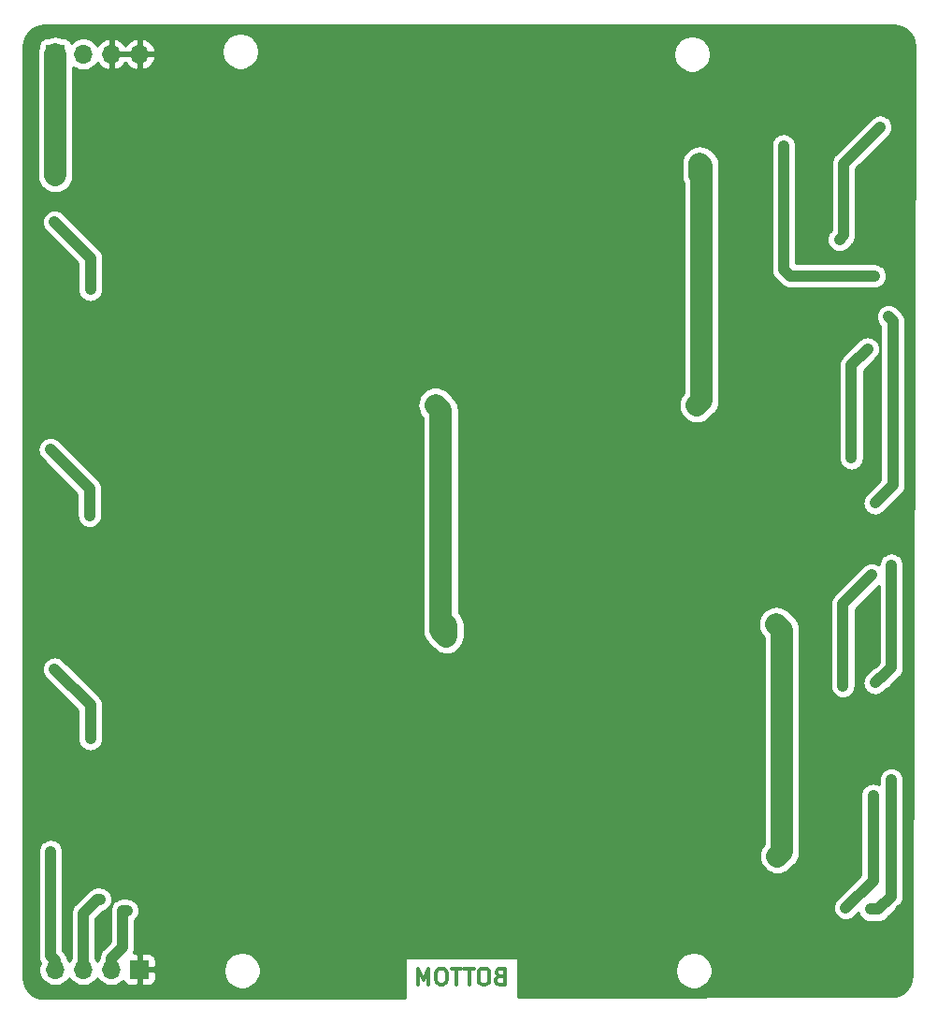
<source format=gbl>
G04 #@! TF.GenerationSoftware,KiCad,Pcbnew,5.99.0+really5.1.10+dfsg1-1*
G04 #@! TF.CreationDate,2022-01-28T19:42:34+02:00*
G04 #@! TF.ProjectId,RGBmatrix,5247426d-6174-4726-9978-2e6b69636164,rev?*
G04 #@! TF.SameCoordinates,Original*
G04 #@! TF.FileFunction,Copper,L2,Bot*
G04 #@! TF.FilePolarity,Positive*
%FSLAX46Y46*%
G04 Gerber Fmt 4.6, Leading zero omitted, Abs format (unit mm)*
G04 Created by KiCad (PCBNEW 5.99.0+really5.1.10+dfsg1-1) date 2022-01-28 19:42:34*
%MOMM*%
%LPD*%
G01*
G04 APERTURE LIST*
G04 #@! TA.AperFunction,NonConductor*
%ADD10C,0.375000*%
G04 #@! TD*
G04 #@! TA.AperFunction,ComponentPad*
%ADD11O,1.700000X1.700000*%
G04 #@! TD*
G04 #@! TA.AperFunction,ComponentPad*
%ADD12R,1.700000X1.700000*%
G04 #@! TD*
G04 #@! TA.AperFunction,ViaPad*
%ADD13C,0.800000*%
G04 #@! TD*
G04 #@! TA.AperFunction,Conductor*
%ADD14C,1.000000*%
G04 #@! TD*
G04 #@! TA.AperFunction,Conductor*
%ADD15C,2.000000*%
G04 #@! TD*
G04 #@! TA.AperFunction,Conductor*
%ADD16C,0.254000*%
G04 #@! TD*
G04 #@! TA.AperFunction,Conductor*
%ADD17C,0.100000*%
G04 #@! TD*
G04 APERTURE END LIST*
D10*
X142867105Y-130906057D02*
X142652820Y-130977485D01*
X142581391Y-131048914D01*
X142509962Y-131191771D01*
X142509962Y-131406057D01*
X142581391Y-131548914D01*
X142652820Y-131620342D01*
X142795677Y-131691771D01*
X143367105Y-131691771D01*
X143367105Y-130191771D01*
X142867105Y-130191771D01*
X142724248Y-130263200D01*
X142652820Y-130334628D01*
X142581391Y-130477485D01*
X142581391Y-130620342D01*
X142652820Y-130763200D01*
X142724248Y-130834628D01*
X142867105Y-130906057D01*
X143367105Y-130906057D01*
X141581391Y-130191771D02*
X141295677Y-130191771D01*
X141152820Y-130263200D01*
X141009962Y-130406057D01*
X140938534Y-130691771D01*
X140938534Y-131191771D01*
X141009962Y-131477485D01*
X141152820Y-131620342D01*
X141295677Y-131691771D01*
X141581391Y-131691771D01*
X141724248Y-131620342D01*
X141867105Y-131477485D01*
X141938534Y-131191771D01*
X141938534Y-130691771D01*
X141867105Y-130406057D01*
X141724248Y-130263200D01*
X141581391Y-130191771D01*
X140509962Y-130191771D02*
X139652820Y-130191771D01*
X140081391Y-131691771D02*
X140081391Y-130191771D01*
X139367105Y-130191771D02*
X138509962Y-130191771D01*
X138938534Y-131691771D02*
X138938534Y-130191771D01*
X137724248Y-130191771D02*
X137438534Y-130191771D01*
X137295677Y-130263200D01*
X137152820Y-130406057D01*
X137081391Y-130691771D01*
X137081391Y-131191771D01*
X137152820Y-131477485D01*
X137295677Y-131620342D01*
X137438534Y-131691771D01*
X137724248Y-131691771D01*
X137867105Y-131620342D01*
X138009962Y-131477485D01*
X138081391Y-131191771D01*
X138081391Y-130691771D01*
X138009962Y-130406057D01*
X137867105Y-130263200D01*
X137724248Y-130191771D01*
X136438534Y-131691771D02*
X136438534Y-130191771D01*
X135938534Y-131263200D01*
X135438534Y-130191771D01*
X135438534Y-131691771D01*
D11*
X102616000Y-130302000D03*
X105156000Y-130302000D03*
X107696000Y-130302000D03*
D12*
X110236000Y-130302000D03*
D11*
X110236000Y-47498000D03*
X107696000Y-47498000D03*
X105156000Y-47498000D03*
D12*
X102616000Y-47498000D03*
D13*
X170515280Y-123393200D03*
X114300000Y-49276000D03*
X124714000Y-49276000D03*
X134620000Y-49276000D03*
X144780000Y-49276000D03*
X154940000Y-49276000D03*
X165100000Y-49276000D03*
X175260000Y-49276000D03*
X154686000Y-67564000D03*
X124460000Y-67564000D03*
X179070000Y-65201800D03*
X165100000Y-67564000D03*
X104140000Y-67564000D03*
X114300000Y-67564000D03*
X144780000Y-67564000D03*
X134620000Y-67564000D03*
X165100000Y-69850000D03*
X104140000Y-69850000D03*
X134620000Y-69850000D03*
X124714000Y-69850000D03*
X154940000Y-69850000D03*
X114300000Y-69850000D03*
X175260000Y-69850000D03*
X144780000Y-69850000D03*
X114300000Y-87884000D03*
X175260000Y-87884000D03*
X144780000Y-87884000D03*
X154940000Y-87884000D03*
X124460000Y-87884000D03*
X165100000Y-87884000D03*
X104140000Y-87884000D03*
X134620000Y-87884000D03*
X119430800Y-54381400D03*
X129540000Y-54254400D03*
X139679680Y-54223920D03*
X149438360Y-54528720D03*
X160233360Y-54254400D03*
X170073320Y-54239160D03*
X108907580Y-54663340D03*
X144780000Y-89916000D03*
X175260000Y-89916000D03*
X114300000Y-89916000D03*
X154940000Y-89916000D03*
X134620000Y-89916000D03*
X104140000Y-89916000D03*
X165100000Y-89916000D03*
X124714000Y-89916000D03*
X114300000Y-108204000D03*
X104140000Y-108204000D03*
X134620000Y-108204000D03*
X124460000Y-108204000D03*
X175260000Y-108204000D03*
X144780000Y-108204000D03*
X165100000Y-108204000D03*
X154686000Y-108204000D03*
X114300000Y-110236000D03*
X124714000Y-110236000D03*
X175260000Y-110236000D03*
X165100000Y-110236000D03*
X134620000Y-110236000D03*
X104140000Y-110236000D03*
X144780000Y-110236000D03*
X154940000Y-110236000D03*
X109474000Y-62509400D03*
X141643100Y-60693300D03*
X121285000Y-60706000D03*
X149948900Y-62572900D03*
X151638000Y-64770000D03*
X129997200Y-62204600D03*
X118673880Y-75595480D03*
X149161500Y-75349100D03*
X169814240Y-75290680D03*
X159004000Y-75438000D03*
X139512040Y-75280520D03*
X128549400Y-75374500D03*
X109220000Y-82804000D03*
X129794000Y-82804000D03*
X119748300Y-82677000D03*
X140042900Y-82664300D03*
X150276560Y-82651600D03*
X160375600Y-82880200D03*
X149539960Y-95333820D03*
X139750800Y-95046800D03*
X119085360Y-95458280D03*
X129133600Y-95504000D03*
X159880300Y-95262700D03*
X169926000Y-95250000D03*
X150533100Y-102527100D03*
X160655000Y-102527100D03*
X130175000Y-102565200D03*
X119725440Y-103027480D03*
X140281660Y-102522020D03*
X109474000Y-102600760D03*
X159499300Y-115925600D03*
X129098040Y-115879880D03*
X139466320Y-115798600D03*
X149555200Y-115760500D03*
X170423840Y-115356640D03*
X118668800Y-116192300D03*
X110236000Y-49276000D03*
X107696000Y-49276000D03*
X144018000Y-47244000D03*
X136144000Y-47244000D03*
X161798000Y-84836000D03*
X117602000Y-92964000D03*
X117602000Y-113284000D03*
X117348000Y-72898000D03*
X161798000Y-105156000D03*
X165036500Y-62738000D03*
X154940000Y-131318000D03*
X148082000Y-131318000D03*
X132080000Y-131318000D03*
X124460000Y-131318000D03*
X129540000Y-47244000D03*
X152400000Y-47244000D03*
X167640000Y-47244000D03*
X175260000Y-47244000D03*
X113830100Y-131074160D03*
X163576000Y-131318000D03*
X170434000Y-61976000D03*
X170413680Y-82804000D03*
X109029500Y-75438000D03*
X108585000Y-95377000D03*
X170449240Y-102971600D03*
X108945680Y-115747800D03*
X160312100Y-123329700D03*
X130111500Y-123063000D03*
X140296900Y-123151900D03*
X149961600Y-123438920D03*
X119519700Y-123190000D03*
X109413040Y-123317000D03*
X161798000Y-125476000D03*
X131445000Y-84836000D03*
X124460000Y-128752600D03*
X154965400Y-128828800D03*
X144780000Y-128549400D03*
X112014000Y-130302000D03*
X134620000Y-128574800D03*
X165074600Y-128397000D03*
X170434000Y-65227200D03*
X171650660Y-84993480D03*
X176740820Y-83759040D03*
X177800000Y-131318000D03*
X175260000Y-128524000D03*
X100584000Y-60401200D03*
X100330000Y-50292000D03*
X119557800Y-62458600D03*
X139725400Y-62458600D03*
X156997400Y-62725300D03*
X173736000Y-114808000D03*
X100517960Y-95976440D03*
X100584000Y-73025000D03*
X100457000Y-112268000D03*
X179070000Y-124841000D03*
X178943000Y-104394000D03*
X179197000Y-63627000D03*
X158369000Y-113157000D03*
X148082000Y-113284000D03*
X141478000Y-105283000D03*
X131445000Y-105283000D03*
X110998000Y-105156000D03*
X110871000Y-84836000D03*
X121285000Y-84836000D03*
X141605000Y-84963000D03*
X151828500Y-84836000D03*
X121412000Y-64516000D03*
X111061500Y-64579500D03*
X131381500Y-64579500D03*
X141541500Y-64643000D03*
X151765000Y-105156000D03*
X168084500Y-52324000D03*
X158051500Y-52197000D03*
X147955000Y-52260500D03*
X171450000Y-74104500D03*
X176720500Y-77787500D03*
X179895500Y-76962000D03*
X102235000Y-58039000D03*
X138064240Y-79669640D03*
X138341100Y-99644200D03*
X167431720Y-98780600D03*
X167843200Y-120040400D03*
X161584640Y-58166000D03*
X161607500Y-78701900D03*
X102194360Y-119634000D03*
X160634680Y-58166000D03*
X160616900Y-78701900D03*
X168244520Y-99395280D03*
X167970200Y-119075200D03*
X137185400Y-98704400D03*
X136804400Y-78902560D03*
X102870000Y-58737500D03*
X103187500Y-57848500D03*
X176784000Y-67564000D03*
X168566000Y-55790000D03*
X177292000Y-54102000D03*
X173609000Y-64262000D03*
X102540000Y-62687000D03*
X105791000Y-68770500D03*
X178054000Y-71247000D03*
X176860012Y-88087012D03*
X174688500Y-84010500D03*
X176149000Y-74168000D03*
X102171504Y-83248500D03*
X105727500Y-89217494D03*
X176860000Y-104343000D03*
X178308000Y-93726000D03*
X173926500Y-104648000D03*
X176530000Y-94615000D03*
X102552500Y-103124000D03*
X105791000Y-109410500D03*
X176403000Y-124841000D03*
X178308000Y-113157000D03*
X174188120Y-124724160D03*
X176657000Y-114554000D03*
X109115860Y-124968000D03*
X106664760Y-123944380D03*
D14*
X102616000Y-129499360D02*
X102616000Y-130556000D01*
X102194360Y-129077720D02*
X102616000Y-129499360D01*
X102194360Y-119634000D02*
X102194360Y-129077720D01*
D15*
X160972500Y-57404000D02*
X160972500Y-58420000D01*
X161118499Y-57549999D02*
X160972500Y-57404000D01*
X161118499Y-78848001D02*
X161118499Y-57549999D01*
X160718500Y-79248000D02*
X161118499Y-78848001D01*
X138036300Y-99174300D02*
X137922000Y-99060000D01*
X138036300Y-100139500D02*
X138036300Y-99174300D01*
X137522001Y-99625201D02*
X138036300Y-100139500D01*
X137522001Y-79706521D02*
X137522001Y-99625201D01*
X137038080Y-79222600D02*
X137522001Y-79706521D01*
X168402000Y-119634000D02*
X168002001Y-120033999D01*
X168402000Y-99568000D02*
X168402000Y-119634000D01*
X167894000Y-99060000D02*
X168402000Y-99568000D01*
X102616000Y-58419998D02*
X102616002Y-58420000D01*
X102616000Y-47498000D02*
X102616000Y-58419998D01*
D14*
X168566000Y-66966000D02*
X168566000Y-55790000D01*
X169164000Y-67564000D02*
X168656000Y-67056000D01*
X176784000Y-67564000D02*
X169164000Y-67564000D01*
X173990000Y-63881000D02*
X173609000Y-64262000D01*
X173990000Y-57404000D02*
X173990000Y-63881000D01*
X177292000Y-54102000D02*
X173990000Y-57404000D01*
X105791000Y-65938000D02*
X105791000Y-68770500D01*
X102540000Y-62687000D02*
X105791000Y-65938000D01*
X178054000Y-71247000D02*
X178453999Y-71646999D01*
X178453999Y-71646999D02*
X178453999Y-86493025D01*
X178453999Y-86493025D02*
X176860012Y-88087012D01*
X174688500Y-75628500D02*
X176149000Y-74168000D01*
X174688500Y-84010500D02*
X174688500Y-75628500D01*
X105727500Y-86804496D02*
X105727500Y-89217494D01*
X102171504Y-83248500D02*
X105727500Y-86804496D01*
X177292000Y-103911000D02*
X176860000Y-104343000D01*
X177394000Y-103911000D02*
X177292000Y-103911000D01*
X178308000Y-102997000D02*
X177394000Y-103911000D01*
X178308000Y-93726000D02*
X178308000Y-102997000D01*
X173926500Y-97218500D02*
X173926500Y-104648000D01*
X176530000Y-94615000D02*
X173926500Y-97218500D01*
X105791000Y-106362500D02*
X105791000Y-109410500D01*
X102552500Y-103124000D02*
X105791000Y-106362500D01*
X177145998Y-124841000D02*
X176403000Y-124841000D01*
X178308000Y-123678998D02*
X177145998Y-124841000D01*
X178308000Y-113157000D02*
X178308000Y-123678998D01*
X176657000Y-114808000D02*
X176657000Y-114554000D01*
X176657000Y-122255280D02*
X176657000Y-114808000D01*
X174188120Y-124724160D02*
X176657000Y-122255280D01*
X107696000Y-129286000D02*
X107696000Y-130556000D01*
X108712000Y-128270000D02*
X107696000Y-129286000D01*
X108712000Y-124968000D02*
X108712000Y-128270000D01*
X109115860Y-124968000D02*
X108712000Y-124968000D01*
X105156000Y-125222000D02*
X105156000Y-130556000D01*
X106433620Y-123944380D02*
X105156000Y-125222000D01*
X106664760Y-123944380D02*
X106433620Y-123944380D01*
D16*
X178916785Y-44944191D02*
X179258060Y-45047228D01*
X179572822Y-45214590D01*
X179849083Y-45439903D01*
X180076317Y-45714582D01*
X180245870Y-46028164D01*
X180351286Y-46368708D01*
X180391938Y-46755487D01*
X180138105Y-130863111D01*
X180099809Y-131253684D01*
X179996771Y-131594963D01*
X179829409Y-131909725D01*
X179604097Y-132185983D01*
X179329418Y-132413217D01*
X179015838Y-132582769D01*
X178675288Y-132688187D01*
X178287521Y-132728943D01*
X144546749Y-132801564D01*
X144546749Y-130222402D01*
X158736320Y-130222402D01*
X158736320Y-130554318D01*
X158801074Y-130879856D01*
X158928092Y-131186507D01*
X159112495Y-131462485D01*
X159347195Y-131697185D01*
X159623173Y-131881588D01*
X159929824Y-132008606D01*
X160255362Y-132073360D01*
X160587278Y-132073360D01*
X160912816Y-132008606D01*
X161219467Y-131881588D01*
X161495445Y-131697185D01*
X161730145Y-131462485D01*
X161914548Y-131186507D01*
X162041566Y-130879856D01*
X162106320Y-130554318D01*
X162106320Y-130222402D01*
X162041566Y-129896864D01*
X161914548Y-129590213D01*
X161730145Y-129314235D01*
X161495445Y-129079535D01*
X161219467Y-128895132D01*
X160912816Y-128768114D01*
X160587278Y-128703360D01*
X160255362Y-128703360D01*
X159929824Y-128768114D01*
X159623173Y-128895132D01*
X159347195Y-129079535D01*
X159112495Y-129314235D01*
X158928092Y-129590213D01*
X158801074Y-129896864D01*
X158736320Y-130222402D01*
X144546749Y-130222402D01*
X144546749Y-129204450D01*
X134258892Y-129204450D01*
X134258892Y-132823706D01*
X101633961Y-132893926D01*
X101245216Y-132855809D01*
X100903937Y-132752771D01*
X100589175Y-132585409D01*
X100312917Y-132360097D01*
X100085683Y-132085418D01*
X99916131Y-131771838D01*
X99810713Y-131431288D01*
X99770000Y-131043928D01*
X99770000Y-129077720D01*
X101053869Y-129077720D01*
X101075783Y-129300218D01*
X101140684Y-129514166D01*
X101140685Y-129514167D01*
X101246077Y-129711343D01*
X101250881Y-129717197D01*
X101188068Y-129868842D01*
X101131000Y-130155740D01*
X101131000Y-130448260D01*
X101188068Y-130735158D01*
X101300010Y-131005411D01*
X101462525Y-131248632D01*
X101669368Y-131455475D01*
X101912589Y-131617990D01*
X102182842Y-131729932D01*
X102469740Y-131787000D01*
X102762260Y-131787000D01*
X103049158Y-131729932D01*
X103319411Y-131617990D01*
X103562632Y-131455475D01*
X103769475Y-131248632D01*
X103886000Y-131074240D01*
X104002525Y-131248632D01*
X104209368Y-131455475D01*
X104452589Y-131617990D01*
X104722842Y-131729932D01*
X105009740Y-131787000D01*
X105302260Y-131787000D01*
X105589158Y-131729932D01*
X105859411Y-131617990D01*
X106102632Y-131455475D01*
X106309475Y-131248632D01*
X106426000Y-131074240D01*
X106542525Y-131248632D01*
X106749368Y-131455475D01*
X106992589Y-131617990D01*
X107262842Y-131729932D01*
X107549740Y-131787000D01*
X107842260Y-131787000D01*
X108129158Y-131729932D01*
X108399411Y-131617990D01*
X108642632Y-131455475D01*
X108774487Y-131323620D01*
X108796498Y-131396180D01*
X108855463Y-131506494D01*
X108934815Y-131603185D01*
X109031506Y-131682537D01*
X109141820Y-131741502D01*
X109261518Y-131777812D01*
X109386000Y-131790072D01*
X109950250Y-131787000D01*
X110109000Y-131628250D01*
X110109000Y-130429000D01*
X110363000Y-130429000D01*
X110363000Y-131628250D01*
X110521750Y-131787000D01*
X111086000Y-131790072D01*
X111210482Y-131777812D01*
X111330180Y-131741502D01*
X111440494Y-131682537D01*
X111537185Y-131603185D01*
X111616537Y-131506494D01*
X111675502Y-131396180D01*
X111711812Y-131276482D01*
X111724072Y-131152000D01*
X111721000Y-130587750D01*
X111562250Y-130429000D01*
X110363000Y-130429000D01*
X110109000Y-130429000D01*
X110089000Y-130429000D01*
X110089000Y-130222402D01*
X117842320Y-130222402D01*
X117842320Y-130554318D01*
X117907074Y-130879856D01*
X118034092Y-131186507D01*
X118218495Y-131462485D01*
X118453195Y-131697185D01*
X118729173Y-131881588D01*
X119035824Y-132008606D01*
X119361362Y-132073360D01*
X119693278Y-132073360D01*
X120018816Y-132008606D01*
X120325467Y-131881588D01*
X120601445Y-131697185D01*
X120836145Y-131462485D01*
X121020548Y-131186507D01*
X121147566Y-130879856D01*
X121212320Y-130554318D01*
X121212320Y-130222402D01*
X121147566Y-129896864D01*
X121020548Y-129590213D01*
X120836145Y-129314235D01*
X120601445Y-129079535D01*
X120325467Y-128895132D01*
X120018816Y-128768114D01*
X119693278Y-128703360D01*
X119361362Y-128703360D01*
X119035824Y-128768114D01*
X118729173Y-128895132D01*
X118453195Y-129079535D01*
X118218495Y-129314235D01*
X118034092Y-129590213D01*
X117907074Y-129896864D01*
X117842320Y-130222402D01*
X110089000Y-130222402D01*
X110089000Y-130175000D01*
X110109000Y-130175000D01*
X110109000Y-128975750D01*
X110363000Y-128975750D01*
X110363000Y-130175000D01*
X111562250Y-130175000D01*
X111721000Y-130016250D01*
X111724072Y-129452000D01*
X111711812Y-129327518D01*
X111675502Y-129207820D01*
X111616537Y-129097506D01*
X111537185Y-129000815D01*
X111440494Y-128921463D01*
X111330180Y-128862498D01*
X111210482Y-128826188D01*
X111086000Y-128813928D01*
X110521750Y-128817000D01*
X110363000Y-128975750D01*
X110109000Y-128975750D01*
X109950250Y-128817000D01*
X109707292Y-128815677D01*
X109765676Y-128706447D01*
X109830577Y-128492499D01*
X109847000Y-128325752D01*
X109852491Y-128270000D01*
X109847000Y-128214249D01*
X109847000Y-125836254D01*
X109922309Y-125774449D01*
X110064144Y-125601623D01*
X110169536Y-125404447D01*
X110234437Y-125190499D01*
X110256351Y-124968000D01*
X110234437Y-124745501D01*
X110227964Y-124724160D01*
X173047629Y-124724160D01*
X173069543Y-124946658D01*
X173134444Y-125160606D01*
X173239837Y-125357782D01*
X173381672Y-125530608D01*
X173554498Y-125672443D01*
X173751674Y-125777836D01*
X173965622Y-125842737D01*
X174188120Y-125864651D01*
X174410618Y-125842737D01*
X174624566Y-125777836D01*
X174821742Y-125672443D01*
X174951263Y-125566148D01*
X175323871Y-125193540D01*
X175349324Y-125277447D01*
X175454716Y-125474623D01*
X175596551Y-125647449D01*
X175769377Y-125789284D01*
X175966553Y-125894676D01*
X176180501Y-125959577D01*
X176347248Y-125976000D01*
X177090247Y-125976000D01*
X177145998Y-125981491D01*
X177201749Y-125976000D01*
X177201750Y-125976000D01*
X177368497Y-125959577D01*
X177582445Y-125894676D01*
X177779621Y-125789284D01*
X177952447Y-125647449D01*
X177987994Y-125604136D01*
X179071140Y-124520990D01*
X179114449Y-124485447D01*
X179256284Y-124312621D01*
X179361676Y-124115445D01*
X179426577Y-123901497D01*
X179443000Y-123734750D01*
X179448491Y-123678998D01*
X179443000Y-123623247D01*
X179443000Y-113101248D01*
X179426577Y-112934501D01*
X179361676Y-112720553D01*
X179256284Y-112523377D01*
X179114449Y-112350551D01*
X178941623Y-112208716D01*
X178744446Y-112103324D01*
X178530498Y-112038423D01*
X178308000Y-112016509D01*
X178085501Y-112038423D01*
X177871553Y-112103324D01*
X177674377Y-112208716D01*
X177501551Y-112350551D01*
X177359716Y-112523377D01*
X177254324Y-112720554D01*
X177189423Y-112934502D01*
X177173000Y-113101249D01*
X177173000Y-113542846D01*
X177093447Y-113500324D01*
X176879499Y-113435423D01*
X176657000Y-113413509D01*
X176434502Y-113435423D01*
X176220554Y-113500324D01*
X176023378Y-113605716D01*
X175850552Y-113747551D01*
X175708716Y-113920377D01*
X175603324Y-114117553D01*
X175538423Y-114331501D01*
X175522000Y-114498248D01*
X175522000Y-114863751D01*
X175522001Y-114863761D01*
X175522000Y-121785147D01*
X173346132Y-123961017D01*
X173239837Y-124090538D01*
X173134444Y-124287714D01*
X173069543Y-124501662D01*
X173047629Y-124724160D01*
X110227964Y-124724160D01*
X110169536Y-124531553D01*
X110064144Y-124334377D01*
X109922309Y-124161551D01*
X109749483Y-124019716D01*
X109552307Y-123914324D01*
X109338359Y-123849423D01*
X109171612Y-123833000D01*
X108767751Y-123833000D01*
X108712000Y-123827509D01*
X108656248Y-123833000D01*
X108489501Y-123849423D01*
X108275553Y-123914324D01*
X108078377Y-124019716D01*
X107905551Y-124161551D01*
X107763716Y-124334377D01*
X107658324Y-124531553D01*
X107593423Y-124745501D01*
X107571509Y-124968000D01*
X107577000Y-125023752D01*
X107577001Y-127799867D01*
X106932864Y-128444004D01*
X106889551Y-128479551D01*
X106747716Y-128652377D01*
X106654813Y-128826188D01*
X106642324Y-128849554D01*
X106577423Y-129063502D01*
X106555509Y-129286000D01*
X106560564Y-129337329D01*
X106542525Y-129355368D01*
X106426000Y-129529760D01*
X106309475Y-129355368D01*
X106291000Y-129336893D01*
X106291000Y-125692132D01*
X106934509Y-125048624D01*
X107101207Y-124998056D01*
X107298383Y-124892664D01*
X107471209Y-124750829D01*
X107613044Y-124578003D01*
X107718436Y-124380827D01*
X107783337Y-124166879D01*
X107805251Y-123944380D01*
X107783337Y-123721881D01*
X107718436Y-123507933D01*
X107613044Y-123310757D01*
X107471209Y-123137931D01*
X107298383Y-122996096D01*
X107101207Y-122890704D01*
X106887259Y-122825803D01*
X106720512Y-122809380D01*
X106489372Y-122809380D01*
X106433620Y-122803889D01*
X106211121Y-122825803D01*
X105997173Y-122890704D01*
X105799997Y-122996096D01*
X105670476Y-123102391D01*
X105670474Y-123102393D01*
X105627171Y-123137931D01*
X105591633Y-123181234D01*
X104392864Y-124380005D01*
X104349551Y-124415551D01*
X104207716Y-124588377D01*
X104120885Y-124750829D01*
X104102324Y-124785554D01*
X104037423Y-124999502D01*
X104015509Y-125222000D01*
X104021000Y-125277752D01*
X104021001Y-129336892D01*
X104002525Y-129355368D01*
X103886000Y-129529760D01*
X103769475Y-129355368D01*
X103739341Y-129325234D01*
X103734577Y-129276861D01*
X103674718Y-129079535D01*
X103669676Y-129062913D01*
X103564284Y-128865737D01*
X103422449Y-128692911D01*
X103379135Y-128657364D01*
X103329360Y-128607589D01*
X103329360Y-119578248D01*
X103312937Y-119411501D01*
X103248036Y-119197553D01*
X103142644Y-119000377D01*
X103000809Y-118827551D01*
X102827983Y-118685716D01*
X102630806Y-118580324D01*
X102416858Y-118515423D01*
X102194360Y-118493509D01*
X101971861Y-118515423D01*
X101757913Y-118580324D01*
X101560737Y-118685716D01*
X101387911Y-118827551D01*
X101246076Y-119000377D01*
X101140684Y-119197554D01*
X101075783Y-119411502D01*
X101059360Y-119578249D01*
X101059361Y-129021959D01*
X101053869Y-129077720D01*
X99770000Y-129077720D01*
X99770000Y-103124000D01*
X101412009Y-103124000D01*
X101433923Y-103346498D01*
X101498824Y-103560446D01*
X101604217Y-103757622D01*
X101710512Y-103887143D01*
X104656000Y-106832633D01*
X104656001Y-109466252D01*
X104672424Y-109632999D01*
X104737325Y-109846947D01*
X104842717Y-110044123D01*
X104984552Y-110216949D01*
X105157378Y-110358784D01*
X105354554Y-110464176D01*
X105568502Y-110529077D01*
X105791000Y-110550991D01*
X106013499Y-110529077D01*
X106227447Y-110464176D01*
X106424623Y-110358784D01*
X106597449Y-110216949D01*
X106739284Y-110044123D01*
X106844676Y-109846947D01*
X106909577Y-109632999D01*
X106926000Y-109466252D01*
X106926000Y-106418252D01*
X106931491Y-106362500D01*
X106909577Y-106140001D01*
X106844676Y-105926053D01*
X106739284Y-105728877D01*
X106632989Y-105599356D01*
X106632987Y-105599354D01*
X106597449Y-105556051D01*
X106554146Y-105520513D01*
X103315643Y-102282012D01*
X103186122Y-102175717D01*
X102988946Y-102070324D01*
X102774998Y-102005423D01*
X102552500Y-101983509D01*
X102330002Y-102005423D01*
X102116054Y-102070324D01*
X101918878Y-102175717D01*
X101746052Y-102317552D01*
X101604217Y-102490378D01*
X101498824Y-102687554D01*
X101433923Y-102901502D01*
X101412009Y-103124000D01*
X99770000Y-103124000D01*
X99770000Y-83248500D01*
X101031013Y-83248500D01*
X101052927Y-83470998D01*
X101117828Y-83684946D01*
X101223221Y-83882122D01*
X101329516Y-84011643D01*
X104592500Y-87274628D01*
X104592501Y-89273246D01*
X104608924Y-89439993D01*
X104673825Y-89653941D01*
X104779217Y-89851117D01*
X104921052Y-90023943D01*
X105093878Y-90165778D01*
X105291054Y-90271170D01*
X105505002Y-90336071D01*
X105727500Y-90357985D01*
X105949999Y-90336071D01*
X106163947Y-90271170D01*
X106361123Y-90165778D01*
X106533949Y-90023943D01*
X106675784Y-89851117D01*
X106781176Y-89653941D01*
X106846077Y-89439993D01*
X106862500Y-89273246D01*
X106862500Y-86860248D01*
X106867991Y-86804496D01*
X106846077Y-86581997D01*
X106781176Y-86368049D01*
X106675784Y-86170873D01*
X106581985Y-86056579D01*
X106533949Y-85998047D01*
X106490641Y-85962505D01*
X102934647Y-82406512D01*
X102805126Y-82300217D01*
X102607950Y-82194824D01*
X102394002Y-82129923D01*
X102171504Y-82108009D01*
X101949006Y-82129923D01*
X101735058Y-82194824D01*
X101537882Y-82300217D01*
X101365056Y-82442052D01*
X101223221Y-82614878D01*
X101117828Y-82812054D01*
X101052927Y-83026002D01*
X101031013Y-83248500D01*
X99770000Y-83248500D01*
X99770000Y-79222600D01*
X135395169Y-79222600D01*
X135426738Y-79543116D01*
X135520228Y-79851314D01*
X135672050Y-80135352D01*
X135825165Y-80321923D01*
X135887001Y-80383759D01*
X135887002Y-99544872D01*
X135879090Y-99625201D01*
X135910659Y-99945717D01*
X136004149Y-100253915D01*
X136107963Y-100448137D01*
X136155971Y-100537953D01*
X136360288Y-100786915D01*
X136422682Y-100838120D01*
X136823380Y-101238819D01*
X136874586Y-101301214D01*
X137123548Y-101505531D01*
X137407585Y-101657352D01*
X137561684Y-101704097D01*
X137715783Y-101750843D01*
X138036300Y-101782411D01*
X138356816Y-101750843D01*
X138665015Y-101657352D01*
X138816836Y-101576201D01*
X138949051Y-101505531D01*
X139198014Y-101301214D01*
X139402331Y-101052252D01*
X139554152Y-100768215D01*
X139647643Y-100460016D01*
X139671300Y-100219822D01*
X139671300Y-100219821D01*
X139679211Y-100139500D01*
X139671300Y-100059178D01*
X139671300Y-99254622D01*
X139679211Y-99174300D01*
X139667954Y-99060000D01*
X166251089Y-99060000D01*
X166282658Y-99380516D01*
X166376148Y-99688714D01*
X166527970Y-99972752D01*
X166681085Y-100159323D01*
X166767000Y-100245238D01*
X166767001Y-118961587D01*
X166635971Y-119121247D01*
X166484149Y-119405285D01*
X166390659Y-119713483D01*
X166359090Y-120033999D01*
X166390659Y-120354515D01*
X166484149Y-120662713D01*
X166635971Y-120946751D01*
X166840288Y-121195712D01*
X167089249Y-121400029D01*
X167373287Y-121551851D01*
X167681485Y-121645341D01*
X168002001Y-121676910D01*
X168322517Y-121645341D01*
X168630715Y-121551851D01*
X168914753Y-121400029D01*
X169101324Y-121246914D01*
X169501313Y-120846925D01*
X169563714Y-120795714D01*
X169768031Y-120546752D01*
X169919852Y-120262715D01*
X170013343Y-119954516D01*
X170037000Y-119714322D01*
X170037000Y-119714320D01*
X170044911Y-119634001D01*
X170037000Y-119553681D01*
X170037000Y-99648319D01*
X170044911Y-99567999D01*
X170026445Y-99380516D01*
X170013343Y-99247484D01*
X169919852Y-98939285D01*
X169768031Y-98655248D01*
X169563714Y-98406286D01*
X169501314Y-98355076D01*
X168993323Y-97847085D01*
X168806752Y-97693970D01*
X168522714Y-97542148D01*
X168214516Y-97448658D01*
X167894000Y-97417089D01*
X167573484Y-97448658D01*
X167265286Y-97542148D01*
X166981248Y-97693970D01*
X166732287Y-97898287D01*
X166527970Y-98147248D01*
X166376148Y-98431286D01*
X166282658Y-98739484D01*
X166251089Y-99060000D01*
X139667954Y-99060000D01*
X139647643Y-98853784D01*
X139633251Y-98806339D01*
X139554152Y-98545585D01*
X139402331Y-98261548D01*
X139198014Y-98012586D01*
X139157001Y-97978928D01*
X139157001Y-97218500D01*
X172786009Y-97218500D01*
X172791500Y-97274252D01*
X172791501Y-104703752D01*
X172807924Y-104870499D01*
X172872825Y-105084447D01*
X172978217Y-105281623D01*
X173120052Y-105454449D01*
X173292878Y-105596284D01*
X173490054Y-105701676D01*
X173704002Y-105766577D01*
X173926500Y-105788491D01*
X174148999Y-105766577D01*
X174362947Y-105701676D01*
X174560123Y-105596284D01*
X174732949Y-105454449D01*
X174874784Y-105281623D01*
X174980176Y-105084447D01*
X175045077Y-104870499D01*
X175061500Y-104703752D01*
X175061500Y-97688631D01*
X177173000Y-95577132D01*
X177173001Y-102526867D01*
X176827608Y-102872261D01*
X176658377Y-102962716D01*
X176485551Y-103104551D01*
X176450004Y-103147865D01*
X176018012Y-103579857D01*
X175911717Y-103709378D01*
X175806324Y-103906554D01*
X175741423Y-104120502D01*
X175719509Y-104343000D01*
X175741423Y-104565498D01*
X175806324Y-104779446D01*
X175911717Y-104976622D01*
X176053552Y-105149448D01*
X176226378Y-105291283D01*
X176423554Y-105396676D01*
X176637502Y-105461577D01*
X176860000Y-105483491D01*
X177082498Y-105461577D01*
X177296446Y-105396676D01*
X177493622Y-105291283D01*
X177623143Y-105184988D01*
X177858392Y-104949739D01*
X178027623Y-104859284D01*
X178200449Y-104717449D01*
X178235995Y-104674136D01*
X179071140Y-103838992D01*
X179114449Y-103803449D01*
X179256284Y-103630623D01*
X179361676Y-103433447D01*
X179411471Y-103269295D01*
X179426577Y-103219500D01*
X179433633Y-103147857D01*
X179443000Y-103052752D01*
X179443000Y-103052745D01*
X179448490Y-102997001D01*
X179443000Y-102941257D01*
X179443000Y-93670248D01*
X179426577Y-93503501D01*
X179361676Y-93289553D01*
X179256284Y-93092377D01*
X179114449Y-92919551D01*
X178941623Y-92777716D01*
X178744446Y-92672324D01*
X178530498Y-92607423D01*
X178308000Y-92585509D01*
X178085501Y-92607423D01*
X177871553Y-92672324D01*
X177674377Y-92777716D01*
X177501551Y-92919551D01*
X177359716Y-93092377D01*
X177254324Y-93289554D01*
X177189423Y-93503502D01*
X177173000Y-93670249D01*
X177173000Y-93674413D01*
X177163622Y-93666717D01*
X176966446Y-93561324D01*
X176752498Y-93496423D01*
X176529999Y-93474509D01*
X176307501Y-93496423D01*
X176093553Y-93561324D01*
X175896377Y-93666717D01*
X175766856Y-93773012D01*
X173163365Y-96376504D01*
X173120051Y-96412051D01*
X172978216Y-96584877D01*
X172872825Y-96782053D01*
X172872824Y-96782054D01*
X172807923Y-96996002D01*
X172786009Y-97218500D01*
X139157001Y-97218500D01*
X139157001Y-88087012D01*
X175719521Y-88087012D01*
X175741435Y-88309510D01*
X175806336Y-88523458D01*
X175911729Y-88720634D01*
X176053564Y-88893460D01*
X176226390Y-89035295D01*
X176423566Y-89140688D01*
X176637514Y-89205589D01*
X176860012Y-89227503D01*
X177082510Y-89205589D01*
X177296458Y-89140688D01*
X177493634Y-89035295D01*
X177623155Y-88929000D01*
X179217139Y-87335016D01*
X179260448Y-87299474D01*
X179402283Y-87126648D01*
X179507675Y-86929472D01*
X179572576Y-86715524D01*
X179588999Y-86548777D01*
X179594490Y-86493026D01*
X179588999Y-86437274D01*
X179588999Y-71702750D01*
X179594490Y-71646998D01*
X179572576Y-71424500D01*
X179507675Y-71210553D01*
X179507675Y-71210552D01*
X179402283Y-71013376D01*
X179260448Y-70840550D01*
X179217134Y-70805003D01*
X178817143Y-70405012D01*
X178687622Y-70298717D01*
X178490446Y-70193324D01*
X178276498Y-70128423D01*
X178054000Y-70106509D01*
X177831502Y-70128423D01*
X177617554Y-70193324D01*
X177420378Y-70298717D01*
X177247552Y-70440552D01*
X177105717Y-70613378D01*
X177000324Y-70810554D01*
X176935423Y-71024502D01*
X176913509Y-71247000D01*
X176935423Y-71469498D01*
X177000324Y-71683446D01*
X177105717Y-71880622D01*
X177212012Y-72010143D01*
X177318999Y-72117130D01*
X177319000Y-86022892D01*
X176018024Y-87323869D01*
X175911729Y-87453390D01*
X175806336Y-87650566D01*
X175741435Y-87864514D01*
X175719521Y-88087012D01*
X139157001Y-88087012D01*
X139157001Y-79786843D01*
X139164912Y-79706521D01*
X139133344Y-79386004D01*
X139091481Y-79248000D01*
X159075589Y-79248000D01*
X159107158Y-79568516D01*
X159200648Y-79876714D01*
X159352470Y-80160752D01*
X159556787Y-80409713D01*
X159805748Y-80614030D01*
X160089786Y-80765852D01*
X160397984Y-80859342D01*
X160718500Y-80890911D01*
X161039016Y-80859342D01*
X161347214Y-80765852D01*
X161631252Y-80614030D01*
X161817823Y-80460915D01*
X162217813Y-80060925D01*
X162280213Y-80009715D01*
X162484530Y-79760753D01*
X162636351Y-79476716D01*
X162729842Y-79168517D01*
X162753499Y-78928323D01*
X162753499Y-78928321D01*
X162761410Y-78848002D01*
X162753499Y-78767682D01*
X162753499Y-75628500D01*
X173548009Y-75628500D01*
X173553501Y-75684261D01*
X173553500Y-84066251D01*
X173569923Y-84232998D01*
X173634824Y-84446946D01*
X173740216Y-84644123D01*
X173882051Y-84816949D01*
X174054877Y-84958784D01*
X174252053Y-85064176D01*
X174466001Y-85129077D01*
X174688500Y-85150991D01*
X174910998Y-85129077D01*
X175124946Y-85064176D01*
X175322123Y-84958784D01*
X175494949Y-84816949D01*
X175636784Y-84644123D01*
X175742176Y-84446947D01*
X175807077Y-84232999D01*
X175823500Y-84066252D01*
X175823500Y-76098631D01*
X176990988Y-74931144D01*
X177097283Y-74801623D01*
X177202676Y-74604447D01*
X177267577Y-74390499D01*
X177289491Y-74168000D01*
X177267577Y-73945502D01*
X177202676Y-73731554D01*
X177097283Y-73534378D01*
X176955448Y-73361552D01*
X176782622Y-73219717D01*
X176585446Y-73114324D01*
X176371498Y-73049423D01*
X176149000Y-73027509D01*
X175926501Y-73049423D01*
X175712553Y-73114324D01*
X175515377Y-73219717D01*
X175385856Y-73326012D01*
X173925360Y-74786509D01*
X173882052Y-74822051D01*
X173740217Y-74994877D01*
X173691936Y-75085205D01*
X173634824Y-75192054D01*
X173569923Y-75406002D01*
X173548009Y-75628500D01*
X162753499Y-75628500D01*
X162753499Y-67021751D01*
X167431000Y-67021751D01*
X167447423Y-67188498D01*
X167512324Y-67402446D01*
X167617716Y-67599623D01*
X167759551Y-67772449D01*
X167808987Y-67813021D01*
X167814012Y-67819143D01*
X168322004Y-68327135D01*
X168357551Y-68370449D01*
X168530377Y-68512284D01*
X168727553Y-68617676D01*
X168941501Y-68682577D01*
X169108248Y-68699000D01*
X169108257Y-68699000D01*
X169163999Y-68704490D01*
X169219741Y-68699000D01*
X176839752Y-68699000D01*
X177006499Y-68682577D01*
X177220447Y-68617676D01*
X177417623Y-68512284D01*
X177590449Y-68370449D01*
X177732284Y-68197623D01*
X177837676Y-68000447D01*
X177902577Y-67786499D01*
X177924491Y-67564000D01*
X177902577Y-67341501D01*
X177837676Y-67127553D01*
X177732284Y-66930377D01*
X177590449Y-66757551D01*
X177417623Y-66615716D01*
X177220447Y-66510324D01*
X177006499Y-66445423D01*
X176839752Y-66429000D01*
X169701000Y-66429000D01*
X169701000Y-64262000D01*
X172468509Y-64262000D01*
X172490423Y-64484498D01*
X172555324Y-64698446D01*
X172660717Y-64895622D01*
X172802552Y-65068448D01*
X172975378Y-65210283D01*
X173172554Y-65315676D01*
X173386502Y-65380577D01*
X173609000Y-65402491D01*
X173831498Y-65380577D01*
X174045446Y-65315676D01*
X174242622Y-65210283D01*
X174372143Y-65103988D01*
X174753135Y-64722996D01*
X174796449Y-64687449D01*
X174938284Y-64514623D01*
X175043676Y-64317447D01*
X175108577Y-64103499D01*
X175125000Y-63936752D01*
X175125000Y-63936743D01*
X175130490Y-63881001D01*
X175125000Y-63825259D01*
X175125000Y-57874131D01*
X178133988Y-54865144D01*
X178240283Y-54735623D01*
X178345675Y-54538447D01*
X178410577Y-54324500D01*
X178432490Y-54102001D01*
X178410577Y-53879502D01*
X178345675Y-53665554D01*
X178240283Y-53468378D01*
X178098448Y-53295552D01*
X177925622Y-53153717D01*
X177728446Y-53048325D01*
X177514498Y-52983423D01*
X177291999Y-52961510D01*
X177069500Y-52983423D01*
X176855553Y-53048325D01*
X176658377Y-53153717D01*
X176528856Y-53260012D01*
X173226865Y-56562004D01*
X173183551Y-56597551D01*
X173041716Y-56770377D01*
X172971285Y-56902146D01*
X172936324Y-56967554D01*
X172871423Y-57181502D01*
X172849509Y-57404000D01*
X172855000Y-57459752D01*
X172855001Y-63410868D01*
X172767012Y-63498857D01*
X172660717Y-63628378D01*
X172555324Y-63825554D01*
X172490423Y-64039502D01*
X172468509Y-64262000D01*
X169701000Y-64262000D01*
X169701000Y-55734248D01*
X169684577Y-55567501D01*
X169619676Y-55353553D01*
X169514284Y-55156377D01*
X169372449Y-54983551D01*
X169199623Y-54841716D01*
X169002447Y-54736324D01*
X168788499Y-54671423D01*
X168566000Y-54649509D01*
X168343502Y-54671423D01*
X168129554Y-54736324D01*
X167932378Y-54841716D01*
X167759552Y-54983551D01*
X167617717Y-55156377D01*
X167512325Y-55353553D01*
X167447424Y-55567501D01*
X167431001Y-55734248D01*
X167431000Y-67021751D01*
X162753499Y-67021751D01*
X162753499Y-57630321D01*
X162761410Y-57549999D01*
X162729842Y-57229483D01*
X162723047Y-57207083D01*
X162636351Y-56921284D01*
X162484530Y-56637247D01*
X162280213Y-56388285D01*
X162217812Y-56337074D01*
X162185425Y-56304687D01*
X162134214Y-56242286D01*
X161885251Y-56037969D01*
X161601214Y-55886148D01*
X161293015Y-55792657D01*
X160972500Y-55761089D01*
X160651984Y-55792657D01*
X160343785Y-55886148D01*
X160059748Y-56037969D01*
X159810786Y-56242286D01*
X159606469Y-56491249D01*
X159454648Y-56775286D01*
X159361157Y-57083485D01*
X159343941Y-57258285D01*
X159329589Y-57404000D01*
X159337500Y-57484319D01*
X159337500Y-58500322D01*
X159361157Y-58740516D01*
X159454648Y-59048715D01*
X159483500Y-59102693D01*
X159483499Y-78175589D01*
X159352470Y-78335248D01*
X159200648Y-78619286D01*
X159107158Y-78927484D01*
X159075589Y-79248000D01*
X139091481Y-79248000D01*
X139067370Y-79168517D01*
X139039853Y-79077806D01*
X138888032Y-78793769D01*
X138683715Y-78544807D01*
X138621320Y-78493601D01*
X138137403Y-78009685D01*
X137950832Y-77856570D01*
X137666794Y-77704748D01*
X137358596Y-77611258D01*
X137038080Y-77579689D01*
X136717564Y-77611258D01*
X136409366Y-77704748D01*
X136125328Y-77856570D01*
X135876367Y-78060887D01*
X135672050Y-78309848D01*
X135520228Y-78593886D01*
X135426738Y-78902084D01*
X135395169Y-79222600D01*
X99770000Y-79222600D01*
X99770000Y-62687000D01*
X101399509Y-62687000D01*
X101421423Y-62909498D01*
X101486324Y-63123446D01*
X101591717Y-63320622D01*
X101698012Y-63450143D01*
X104656000Y-66408132D01*
X104656001Y-68826252D01*
X104672424Y-68992999D01*
X104737325Y-69206947D01*
X104842717Y-69404123D01*
X104984552Y-69576949D01*
X105157378Y-69718784D01*
X105354554Y-69824176D01*
X105568502Y-69889077D01*
X105791000Y-69910991D01*
X106013499Y-69889077D01*
X106227447Y-69824176D01*
X106424623Y-69718784D01*
X106597449Y-69576949D01*
X106739284Y-69404123D01*
X106844676Y-69206947D01*
X106909577Y-68992999D01*
X106926000Y-68826252D01*
X106926000Y-65993741D01*
X106931490Y-65937999D01*
X106926000Y-65882257D01*
X106926000Y-65882248D01*
X106909577Y-65715501D01*
X106844676Y-65501553D01*
X106739284Y-65304377D01*
X106597449Y-65131551D01*
X106554141Y-65096009D01*
X103303143Y-61845012D01*
X103173622Y-61738717D01*
X102976446Y-61633324D01*
X102762498Y-61568423D01*
X102540000Y-61546509D01*
X102317502Y-61568423D01*
X102103554Y-61633324D01*
X101906378Y-61738717D01*
X101733552Y-61880552D01*
X101591717Y-62053378D01*
X101486324Y-62250554D01*
X101421423Y-62464502D01*
X101399509Y-62687000D01*
X99770000Y-62687000D01*
X99770000Y-58419998D01*
X100973089Y-58419998D01*
X101004658Y-58740514D01*
X101098148Y-59048712D01*
X101249970Y-59332750D01*
X101454287Y-59581712D01*
X101543230Y-59654705D01*
X101703250Y-59786030D01*
X101987288Y-59937852D01*
X102295486Y-60031343D01*
X102616002Y-60062911D01*
X102936518Y-60031343D01*
X103244716Y-59937852D01*
X103528754Y-59786030D01*
X103777715Y-59581713D01*
X103982032Y-59332752D01*
X104133854Y-59048714D01*
X104227345Y-58740516D01*
X104258913Y-58420000D01*
X104251000Y-58339658D01*
X104251000Y-48679293D01*
X104452589Y-48813990D01*
X104722842Y-48925932D01*
X105009740Y-48983000D01*
X105302260Y-48983000D01*
X105589158Y-48925932D01*
X105859411Y-48813990D01*
X106102632Y-48651475D01*
X106309475Y-48444632D01*
X106431195Y-48262466D01*
X106500822Y-48379355D01*
X106695731Y-48595588D01*
X106929080Y-48769641D01*
X107191901Y-48894825D01*
X107339110Y-48939476D01*
X107569000Y-48818155D01*
X107569000Y-47625000D01*
X107823000Y-47625000D01*
X107823000Y-48818155D01*
X108052890Y-48939476D01*
X108200099Y-48894825D01*
X108462920Y-48769641D01*
X108696269Y-48595588D01*
X108891178Y-48379355D01*
X108966000Y-48253745D01*
X109040822Y-48379355D01*
X109235731Y-48595588D01*
X109469080Y-48769641D01*
X109731901Y-48894825D01*
X109879110Y-48939476D01*
X110109000Y-48818155D01*
X110109000Y-47625000D01*
X110363000Y-47625000D01*
X110363000Y-48818155D01*
X110592890Y-48939476D01*
X110740099Y-48894825D01*
X111002920Y-48769641D01*
X111236269Y-48595588D01*
X111431178Y-48379355D01*
X111580157Y-48129252D01*
X111677481Y-47854891D01*
X111556814Y-47625000D01*
X110363000Y-47625000D01*
X110109000Y-47625000D01*
X107823000Y-47625000D01*
X107569000Y-47625000D01*
X107549000Y-47625000D01*
X107549000Y-47371000D01*
X107569000Y-47371000D01*
X107569000Y-46177845D01*
X107823000Y-46177845D01*
X107823000Y-47371000D01*
X110109000Y-47371000D01*
X110109000Y-46177845D01*
X110363000Y-46177845D01*
X110363000Y-47371000D01*
X111556814Y-47371000D01*
X111677481Y-47141109D01*
X111655110Y-47078042D01*
X117695000Y-47078042D01*
X117695000Y-47409958D01*
X117759754Y-47735496D01*
X117886772Y-48042147D01*
X118071175Y-48318125D01*
X118305875Y-48552825D01*
X118581853Y-48737228D01*
X118888504Y-48864246D01*
X119214042Y-48929000D01*
X119545958Y-48929000D01*
X119871496Y-48864246D01*
X120178147Y-48737228D01*
X120454125Y-48552825D01*
X120688825Y-48318125D01*
X120873228Y-48042147D01*
X121000246Y-47735496D01*
X121065000Y-47409958D01*
X121065000Y-47332042D01*
X158589000Y-47332042D01*
X158589000Y-47663958D01*
X158653754Y-47989496D01*
X158780772Y-48296147D01*
X158965175Y-48572125D01*
X159199875Y-48806825D01*
X159475853Y-48991228D01*
X159782504Y-49118246D01*
X160108042Y-49183000D01*
X160439958Y-49183000D01*
X160765496Y-49118246D01*
X161072147Y-48991228D01*
X161348125Y-48806825D01*
X161582825Y-48572125D01*
X161767228Y-48296147D01*
X161894246Y-47989496D01*
X161959000Y-47663958D01*
X161959000Y-47332042D01*
X161894246Y-47006504D01*
X161767228Y-46699853D01*
X161582825Y-46423875D01*
X161348125Y-46189175D01*
X161072147Y-46004772D01*
X160765496Y-45877754D01*
X160439958Y-45813000D01*
X160108042Y-45813000D01*
X159782504Y-45877754D01*
X159475853Y-46004772D01*
X159199875Y-46189175D01*
X158965175Y-46423875D01*
X158780772Y-46699853D01*
X158653754Y-47006504D01*
X158589000Y-47332042D01*
X121065000Y-47332042D01*
X121065000Y-47078042D01*
X121000246Y-46752504D01*
X120873228Y-46445853D01*
X120688825Y-46169875D01*
X120454125Y-45935175D01*
X120178147Y-45750772D01*
X119871496Y-45623754D01*
X119545958Y-45559000D01*
X119214042Y-45559000D01*
X118888504Y-45623754D01*
X118581853Y-45750772D01*
X118305875Y-45935175D01*
X118071175Y-46169875D01*
X117886772Y-46445853D01*
X117759754Y-46752504D01*
X117695000Y-47078042D01*
X111655110Y-47078042D01*
X111580157Y-46866748D01*
X111431178Y-46616645D01*
X111236269Y-46400412D01*
X111002920Y-46226359D01*
X110740099Y-46101175D01*
X110592890Y-46056524D01*
X110363000Y-46177845D01*
X110109000Y-46177845D01*
X109879110Y-46056524D01*
X109731901Y-46101175D01*
X109469080Y-46226359D01*
X109235731Y-46400412D01*
X109040822Y-46616645D01*
X108966000Y-46742255D01*
X108891178Y-46616645D01*
X108696269Y-46400412D01*
X108462920Y-46226359D01*
X108200099Y-46101175D01*
X108052890Y-46056524D01*
X107823000Y-46177845D01*
X107569000Y-46177845D01*
X107339110Y-46056524D01*
X107191901Y-46101175D01*
X106929080Y-46226359D01*
X106695731Y-46400412D01*
X106500822Y-46616645D01*
X106431195Y-46733534D01*
X106309475Y-46551368D01*
X106102632Y-46344525D01*
X105859411Y-46182010D01*
X105589158Y-46070068D01*
X105302260Y-46013000D01*
X105009740Y-46013000D01*
X104722842Y-46070068D01*
X104452589Y-46182010D01*
X104209368Y-46344525D01*
X104077513Y-46476380D01*
X104055502Y-46403820D01*
X103996537Y-46293506D01*
X103917185Y-46196815D01*
X103820494Y-46117463D01*
X103710180Y-46058498D01*
X103590482Y-46022188D01*
X103466000Y-46009928D01*
X103300428Y-46009928D01*
X103244714Y-45980148D01*
X102936515Y-45886657D01*
X102616000Y-45855089D01*
X102295484Y-45886657D01*
X101987285Y-45980148D01*
X101931571Y-46009928D01*
X101766000Y-46009928D01*
X101641518Y-46022188D01*
X101521820Y-46058498D01*
X101411506Y-46117463D01*
X101314815Y-46196815D01*
X101235463Y-46293506D01*
X101176498Y-46403820D01*
X101140188Y-46523518D01*
X101127928Y-46648000D01*
X101127928Y-46813572D01*
X101098148Y-46869286D01*
X101004657Y-47177485D01*
X100981000Y-47417679D01*
X100981001Y-58339669D01*
X100973089Y-58419998D01*
X99770000Y-58419998D01*
X99770000Y-46770720D01*
X99808191Y-46381215D01*
X99911228Y-46039940D01*
X100078590Y-45725178D01*
X100303903Y-45448917D01*
X100578582Y-45221683D01*
X100892164Y-45052130D01*
X101232708Y-44946714D01*
X101620072Y-44906000D01*
X178527280Y-44906000D01*
X178916785Y-44944191D01*
G04 #@! TA.AperFunction,Conductor*
D17*
G36*
X178916785Y-44944191D02*
G01*
X179258060Y-45047228D01*
X179572822Y-45214590D01*
X179849083Y-45439903D01*
X180076317Y-45714582D01*
X180245870Y-46028164D01*
X180351286Y-46368708D01*
X180391938Y-46755487D01*
X180138105Y-130863111D01*
X180099809Y-131253684D01*
X179996771Y-131594963D01*
X179829409Y-131909725D01*
X179604097Y-132185983D01*
X179329418Y-132413217D01*
X179015838Y-132582769D01*
X178675288Y-132688187D01*
X178287521Y-132728943D01*
X144546749Y-132801564D01*
X144546749Y-130222402D01*
X158736320Y-130222402D01*
X158736320Y-130554318D01*
X158801074Y-130879856D01*
X158928092Y-131186507D01*
X159112495Y-131462485D01*
X159347195Y-131697185D01*
X159623173Y-131881588D01*
X159929824Y-132008606D01*
X160255362Y-132073360D01*
X160587278Y-132073360D01*
X160912816Y-132008606D01*
X161219467Y-131881588D01*
X161495445Y-131697185D01*
X161730145Y-131462485D01*
X161914548Y-131186507D01*
X162041566Y-130879856D01*
X162106320Y-130554318D01*
X162106320Y-130222402D01*
X162041566Y-129896864D01*
X161914548Y-129590213D01*
X161730145Y-129314235D01*
X161495445Y-129079535D01*
X161219467Y-128895132D01*
X160912816Y-128768114D01*
X160587278Y-128703360D01*
X160255362Y-128703360D01*
X159929824Y-128768114D01*
X159623173Y-128895132D01*
X159347195Y-129079535D01*
X159112495Y-129314235D01*
X158928092Y-129590213D01*
X158801074Y-129896864D01*
X158736320Y-130222402D01*
X144546749Y-130222402D01*
X144546749Y-129204450D01*
X134258892Y-129204450D01*
X134258892Y-132823706D01*
X101633961Y-132893926D01*
X101245216Y-132855809D01*
X100903937Y-132752771D01*
X100589175Y-132585409D01*
X100312917Y-132360097D01*
X100085683Y-132085418D01*
X99916131Y-131771838D01*
X99810713Y-131431288D01*
X99770000Y-131043928D01*
X99770000Y-129077720D01*
X101053869Y-129077720D01*
X101075783Y-129300218D01*
X101140684Y-129514166D01*
X101140685Y-129514167D01*
X101246077Y-129711343D01*
X101250881Y-129717197D01*
X101188068Y-129868842D01*
X101131000Y-130155740D01*
X101131000Y-130448260D01*
X101188068Y-130735158D01*
X101300010Y-131005411D01*
X101462525Y-131248632D01*
X101669368Y-131455475D01*
X101912589Y-131617990D01*
X102182842Y-131729932D01*
X102469740Y-131787000D01*
X102762260Y-131787000D01*
X103049158Y-131729932D01*
X103319411Y-131617990D01*
X103562632Y-131455475D01*
X103769475Y-131248632D01*
X103886000Y-131074240D01*
X104002525Y-131248632D01*
X104209368Y-131455475D01*
X104452589Y-131617990D01*
X104722842Y-131729932D01*
X105009740Y-131787000D01*
X105302260Y-131787000D01*
X105589158Y-131729932D01*
X105859411Y-131617990D01*
X106102632Y-131455475D01*
X106309475Y-131248632D01*
X106426000Y-131074240D01*
X106542525Y-131248632D01*
X106749368Y-131455475D01*
X106992589Y-131617990D01*
X107262842Y-131729932D01*
X107549740Y-131787000D01*
X107842260Y-131787000D01*
X108129158Y-131729932D01*
X108399411Y-131617990D01*
X108642632Y-131455475D01*
X108774487Y-131323620D01*
X108796498Y-131396180D01*
X108855463Y-131506494D01*
X108934815Y-131603185D01*
X109031506Y-131682537D01*
X109141820Y-131741502D01*
X109261518Y-131777812D01*
X109386000Y-131790072D01*
X109950250Y-131787000D01*
X110109000Y-131628250D01*
X110109000Y-130429000D01*
X110363000Y-130429000D01*
X110363000Y-131628250D01*
X110521750Y-131787000D01*
X111086000Y-131790072D01*
X111210482Y-131777812D01*
X111330180Y-131741502D01*
X111440494Y-131682537D01*
X111537185Y-131603185D01*
X111616537Y-131506494D01*
X111675502Y-131396180D01*
X111711812Y-131276482D01*
X111724072Y-131152000D01*
X111721000Y-130587750D01*
X111562250Y-130429000D01*
X110363000Y-130429000D01*
X110109000Y-130429000D01*
X110089000Y-130429000D01*
X110089000Y-130222402D01*
X117842320Y-130222402D01*
X117842320Y-130554318D01*
X117907074Y-130879856D01*
X118034092Y-131186507D01*
X118218495Y-131462485D01*
X118453195Y-131697185D01*
X118729173Y-131881588D01*
X119035824Y-132008606D01*
X119361362Y-132073360D01*
X119693278Y-132073360D01*
X120018816Y-132008606D01*
X120325467Y-131881588D01*
X120601445Y-131697185D01*
X120836145Y-131462485D01*
X121020548Y-131186507D01*
X121147566Y-130879856D01*
X121212320Y-130554318D01*
X121212320Y-130222402D01*
X121147566Y-129896864D01*
X121020548Y-129590213D01*
X120836145Y-129314235D01*
X120601445Y-129079535D01*
X120325467Y-128895132D01*
X120018816Y-128768114D01*
X119693278Y-128703360D01*
X119361362Y-128703360D01*
X119035824Y-128768114D01*
X118729173Y-128895132D01*
X118453195Y-129079535D01*
X118218495Y-129314235D01*
X118034092Y-129590213D01*
X117907074Y-129896864D01*
X117842320Y-130222402D01*
X110089000Y-130222402D01*
X110089000Y-130175000D01*
X110109000Y-130175000D01*
X110109000Y-128975750D01*
X110363000Y-128975750D01*
X110363000Y-130175000D01*
X111562250Y-130175000D01*
X111721000Y-130016250D01*
X111724072Y-129452000D01*
X111711812Y-129327518D01*
X111675502Y-129207820D01*
X111616537Y-129097506D01*
X111537185Y-129000815D01*
X111440494Y-128921463D01*
X111330180Y-128862498D01*
X111210482Y-128826188D01*
X111086000Y-128813928D01*
X110521750Y-128817000D01*
X110363000Y-128975750D01*
X110109000Y-128975750D01*
X109950250Y-128817000D01*
X109707292Y-128815677D01*
X109765676Y-128706447D01*
X109830577Y-128492499D01*
X109847000Y-128325752D01*
X109852491Y-128270000D01*
X109847000Y-128214249D01*
X109847000Y-125836254D01*
X109922309Y-125774449D01*
X110064144Y-125601623D01*
X110169536Y-125404447D01*
X110234437Y-125190499D01*
X110256351Y-124968000D01*
X110234437Y-124745501D01*
X110227964Y-124724160D01*
X173047629Y-124724160D01*
X173069543Y-124946658D01*
X173134444Y-125160606D01*
X173239837Y-125357782D01*
X173381672Y-125530608D01*
X173554498Y-125672443D01*
X173751674Y-125777836D01*
X173965622Y-125842737D01*
X174188120Y-125864651D01*
X174410618Y-125842737D01*
X174624566Y-125777836D01*
X174821742Y-125672443D01*
X174951263Y-125566148D01*
X175323871Y-125193540D01*
X175349324Y-125277447D01*
X175454716Y-125474623D01*
X175596551Y-125647449D01*
X175769377Y-125789284D01*
X175966553Y-125894676D01*
X176180501Y-125959577D01*
X176347248Y-125976000D01*
X177090247Y-125976000D01*
X177145998Y-125981491D01*
X177201749Y-125976000D01*
X177201750Y-125976000D01*
X177368497Y-125959577D01*
X177582445Y-125894676D01*
X177779621Y-125789284D01*
X177952447Y-125647449D01*
X177987994Y-125604136D01*
X179071140Y-124520990D01*
X179114449Y-124485447D01*
X179256284Y-124312621D01*
X179361676Y-124115445D01*
X179426577Y-123901497D01*
X179443000Y-123734750D01*
X179448491Y-123678998D01*
X179443000Y-123623247D01*
X179443000Y-113101248D01*
X179426577Y-112934501D01*
X179361676Y-112720553D01*
X179256284Y-112523377D01*
X179114449Y-112350551D01*
X178941623Y-112208716D01*
X178744446Y-112103324D01*
X178530498Y-112038423D01*
X178308000Y-112016509D01*
X178085501Y-112038423D01*
X177871553Y-112103324D01*
X177674377Y-112208716D01*
X177501551Y-112350551D01*
X177359716Y-112523377D01*
X177254324Y-112720554D01*
X177189423Y-112934502D01*
X177173000Y-113101249D01*
X177173000Y-113542846D01*
X177093447Y-113500324D01*
X176879499Y-113435423D01*
X176657000Y-113413509D01*
X176434502Y-113435423D01*
X176220554Y-113500324D01*
X176023378Y-113605716D01*
X175850552Y-113747551D01*
X175708716Y-113920377D01*
X175603324Y-114117553D01*
X175538423Y-114331501D01*
X175522000Y-114498248D01*
X175522000Y-114863751D01*
X175522001Y-114863761D01*
X175522000Y-121785147D01*
X173346132Y-123961017D01*
X173239837Y-124090538D01*
X173134444Y-124287714D01*
X173069543Y-124501662D01*
X173047629Y-124724160D01*
X110227964Y-124724160D01*
X110169536Y-124531553D01*
X110064144Y-124334377D01*
X109922309Y-124161551D01*
X109749483Y-124019716D01*
X109552307Y-123914324D01*
X109338359Y-123849423D01*
X109171612Y-123833000D01*
X108767751Y-123833000D01*
X108712000Y-123827509D01*
X108656248Y-123833000D01*
X108489501Y-123849423D01*
X108275553Y-123914324D01*
X108078377Y-124019716D01*
X107905551Y-124161551D01*
X107763716Y-124334377D01*
X107658324Y-124531553D01*
X107593423Y-124745501D01*
X107571509Y-124968000D01*
X107577000Y-125023752D01*
X107577001Y-127799867D01*
X106932864Y-128444004D01*
X106889551Y-128479551D01*
X106747716Y-128652377D01*
X106654813Y-128826188D01*
X106642324Y-128849554D01*
X106577423Y-129063502D01*
X106555509Y-129286000D01*
X106560564Y-129337329D01*
X106542525Y-129355368D01*
X106426000Y-129529760D01*
X106309475Y-129355368D01*
X106291000Y-129336893D01*
X106291000Y-125692132D01*
X106934509Y-125048624D01*
X107101207Y-124998056D01*
X107298383Y-124892664D01*
X107471209Y-124750829D01*
X107613044Y-124578003D01*
X107718436Y-124380827D01*
X107783337Y-124166879D01*
X107805251Y-123944380D01*
X107783337Y-123721881D01*
X107718436Y-123507933D01*
X107613044Y-123310757D01*
X107471209Y-123137931D01*
X107298383Y-122996096D01*
X107101207Y-122890704D01*
X106887259Y-122825803D01*
X106720512Y-122809380D01*
X106489372Y-122809380D01*
X106433620Y-122803889D01*
X106211121Y-122825803D01*
X105997173Y-122890704D01*
X105799997Y-122996096D01*
X105670476Y-123102391D01*
X105670474Y-123102393D01*
X105627171Y-123137931D01*
X105591633Y-123181234D01*
X104392864Y-124380005D01*
X104349551Y-124415551D01*
X104207716Y-124588377D01*
X104120885Y-124750829D01*
X104102324Y-124785554D01*
X104037423Y-124999502D01*
X104015509Y-125222000D01*
X104021000Y-125277752D01*
X104021001Y-129336892D01*
X104002525Y-129355368D01*
X103886000Y-129529760D01*
X103769475Y-129355368D01*
X103739341Y-129325234D01*
X103734577Y-129276861D01*
X103674718Y-129079535D01*
X103669676Y-129062913D01*
X103564284Y-128865737D01*
X103422449Y-128692911D01*
X103379135Y-128657364D01*
X103329360Y-128607589D01*
X103329360Y-119578248D01*
X103312937Y-119411501D01*
X103248036Y-119197553D01*
X103142644Y-119000377D01*
X103000809Y-118827551D01*
X102827983Y-118685716D01*
X102630806Y-118580324D01*
X102416858Y-118515423D01*
X102194360Y-118493509D01*
X101971861Y-118515423D01*
X101757913Y-118580324D01*
X101560737Y-118685716D01*
X101387911Y-118827551D01*
X101246076Y-119000377D01*
X101140684Y-119197554D01*
X101075783Y-119411502D01*
X101059360Y-119578249D01*
X101059361Y-129021959D01*
X101053869Y-129077720D01*
X99770000Y-129077720D01*
X99770000Y-103124000D01*
X101412009Y-103124000D01*
X101433923Y-103346498D01*
X101498824Y-103560446D01*
X101604217Y-103757622D01*
X101710512Y-103887143D01*
X104656000Y-106832633D01*
X104656001Y-109466252D01*
X104672424Y-109632999D01*
X104737325Y-109846947D01*
X104842717Y-110044123D01*
X104984552Y-110216949D01*
X105157378Y-110358784D01*
X105354554Y-110464176D01*
X105568502Y-110529077D01*
X105791000Y-110550991D01*
X106013499Y-110529077D01*
X106227447Y-110464176D01*
X106424623Y-110358784D01*
X106597449Y-110216949D01*
X106739284Y-110044123D01*
X106844676Y-109846947D01*
X106909577Y-109632999D01*
X106926000Y-109466252D01*
X106926000Y-106418252D01*
X106931491Y-106362500D01*
X106909577Y-106140001D01*
X106844676Y-105926053D01*
X106739284Y-105728877D01*
X106632989Y-105599356D01*
X106632987Y-105599354D01*
X106597449Y-105556051D01*
X106554146Y-105520513D01*
X103315643Y-102282012D01*
X103186122Y-102175717D01*
X102988946Y-102070324D01*
X102774998Y-102005423D01*
X102552500Y-101983509D01*
X102330002Y-102005423D01*
X102116054Y-102070324D01*
X101918878Y-102175717D01*
X101746052Y-102317552D01*
X101604217Y-102490378D01*
X101498824Y-102687554D01*
X101433923Y-102901502D01*
X101412009Y-103124000D01*
X99770000Y-103124000D01*
X99770000Y-83248500D01*
X101031013Y-83248500D01*
X101052927Y-83470998D01*
X101117828Y-83684946D01*
X101223221Y-83882122D01*
X101329516Y-84011643D01*
X104592500Y-87274628D01*
X104592501Y-89273246D01*
X104608924Y-89439993D01*
X104673825Y-89653941D01*
X104779217Y-89851117D01*
X104921052Y-90023943D01*
X105093878Y-90165778D01*
X105291054Y-90271170D01*
X105505002Y-90336071D01*
X105727500Y-90357985D01*
X105949999Y-90336071D01*
X106163947Y-90271170D01*
X106361123Y-90165778D01*
X106533949Y-90023943D01*
X106675784Y-89851117D01*
X106781176Y-89653941D01*
X106846077Y-89439993D01*
X106862500Y-89273246D01*
X106862500Y-86860248D01*
X106867991Y-86804496D01*
X106846077Y-86581997D01*
X106781176Y-86368049D01*
X106675784Y-86170873D01*
X106581985Y-86056579D01*
X106533949Y-85998047D01*
X106490641Y-85962505D01*
X102934647Y-82406512D01*
X102805126Y-82300217D01*
X102607950Y-82194824D01*
X102394002Y-82129923D01*
X102171504Y-82108009D01*
X101949006Y-82129923D01*
X101735058Y-82194824D01*
X101537882Y-82300217D01*
X101365056Y-82442052D01*
X101223221Y-82614878D01*
X101117828Y-82812054D01*
X101052927Y-83026002D01*
X101031013Y-83248500D01*
X99770000Y-83248500D01*
X99770000Y-79222600D01*
X135395169Y-79222600D01*
X135426738Y-79543116D01*
X135520228Y-79851314D01*
X135672050Y-80135352D01*
X135825165Y-80321923D01*
X135887001Y-80383759D01*
X135887002Y-99544872D01*
X135879090Y-99625201D01*
X135910659Y-99945717D01*
X136004149Y-100253915D01*
X136107963Y-100448137D01*
X136155971Y-100537953D01*
X136360288Y-100786915D01*
X136422682Y-100838120D01*
X136823380Y-101238819D01*
X136874586Y-101301214D01*
X137123548Y-101505531D01*
X137407585Y-101657352D01*
X137561684Y-101704097D01*
X137715783Y-101750843D01*
X138036300Y-101782411D01*
X138356816Y-101750843D01*
X138665015Y-101657352D01*
X138816836Y-101576201D01*
X138949051Y-101505531D01*
X139198014Y-101301214D01*
X139402331Y-101052252D01*
X139554152Y-100768215D01*
X139647643Y-100460016D01*
X139671300Y-100219822D01*
X139671300Y-100219821D01*
X139679211Y-100139500D01*
X139671300Y-100059178D01*
X139671300Y-99254622D01*
X139679211Y-99174300D01*
X139667954Y-99060000D01*
X166251089Y-99060000D01*
X166282658Y-99380516D01*
X166376148Y-99688714D01*
X166527970Y-99972752D01*
X166681085Y-100159323D01*
X166767000Y-100245238D01*
X166767001Y-118961587D01*
X166635971Y-119121247D01*
X166484149Y-119405285D01*
X166390659Y-119713483D01*
X166359090Y-120033999D01*
X166390659Y-120354515D01*
X166484149Y-120662713D01*
X166635971Y-120946751D01*
X166840288Y-121195712D01*
X167089249Y-121400029D01*
X167373287Y-121551851D01*
X167681485Y-121645341D01*
X168002001Y-121676910D01*
X168322517Y-121645341D01*
X168630715Y-121551851D01*
X168914753Y-121400029D01*
X169101324Y-121246914D01*
X169501313Y-120846925D01*
X169563714Y-120795714D01*
X169768031Y-120546752D01*
X169919852Y-120262715D01*
X170013343Y-119954516D01*
X170037000Y-119714322D01*
X170037000Y-119714320D01*
X170044911Y-119634001D01*
X170037000Y-119553681D01*
X170037000Y-99648319D01*
X170044911Y-99567999D01*
X170026445Y-99380516D01*
X170013343Y-99247484D01*
X169919852Y-98939285D01*
X169768031Y-98655248D01*
X169563714Y-98406286D01*
X169501314Y-98355076D01*
X168993323Y-97847085D01*
X168806752Y-97693970D01*
X168522714Y-97542148D01*
X168214516Y-97448658D01*
X167894000Y-97417089D01*
X167573484Y-97448658D01*
X167265286Y-97542148D01*
X166981248Y-97693970D01*
X166732287Y-97898287D01*
X166527970Y-98147248D01*
X166376148Y-98431286D01*
X166282658Y-98739484D01*
X166251089Y-99060000D01*
X139667954Y-99060000D01*
X139647643Y-98853784D01*
X139633251Y-98806339D01*
X139554152Y-98545585D01*
X139402331Y-98261548D01*
X139198014Y-98012586D01*
X139157001Y-97978928D01*
X139157001Y-97218500D01*
X172786009Y-97218500D01*
X172791500Y-97274252D01*
X172791501Y-104703752D01*
X172807924Y-104870499D01*
X172872825Y-105084447D01*
X172978217Y-105281623D01*
X173120052Y-105454449D01*
X173292878Y-105596284D01*
X173490054Y-105701676D01*
X173704002Y-105766577D01*
X173926500Y-105788491D01*
X174148999Y-105766577D01*
X174362947Y-105701676D01*
X174560123Y-105596284D01*
X174732949Y-105454449D01*
X174874784Y-105281623D01*
X174980176Y-105084447D01*
X175045077Y-104870499D01*
X175061500Y-104703752D01*
X175061500Y-97688631D01*
X177173000Y-95577132D01*
X177173001Y-102526867D01*
X176827608Y-102872261D01*
X176658377Y-102962716D01*
X176485551Y-103104551D01*
X176450004Y-103147865D01*
X176018012Y-103579857D01*
X175911717Y-103709378D01*
X175806324Y-103906554D01*
X175741423Y-104120502D01*
X175719509Y-104343000D01*
X175741423Y-104565498D01*
X175806324Y-104779446D01*
X175911717Y-104976622D01*
X176053552Y-105149448D01*
X176226378Y-105291283D01*
X176423554Y-105396676D01*
X176637502Y-105461577D01*
X176860000Y-105483491D01*
X177082498Y-105461577D01*
X177296446Y-105396676D01*
X177493622Y-105291283D01*
X177623143Y-105184988D01*
X177858392Y-104949739D01*
X178027623Y-104859284D01*
X178200449Y-104717449D01*
X178235995Y-104674136D01*
X179071140Y-103838992D01*
X179114449Y-103803449D01*
X179256284Y-103630623D01*
X179361676Y-103433447D01*
X179411471Y-103269295D01*
X179426577Y-103219500D01*
X179433633Y-103147857D01*
X179443000Y-103052752D01*
X179443000Y-103052745D01*
X179448490Y-102997001D01*
X179443000Y-102941257D01*
X179443000Y-93670248D01*
X179426577Y-93503501D01*
X179361676Y-93289553D01*
X179256284Y-93092377D01*
X179114449Y-92919551D01*
X178941623Y-92777716D01*
X178744446Y-92672324D01*
X178530498Y-92607423D01*
X178308000Y-92585509D01*
X178085501Y-92607423D01*
X177871553Y-92672324D01*
X177674377Y-92777716D01*
X177501551Y-92919551D01*
X177359716Y-93092377D01*
X177254324Y-93289554D01*
X177189423Y-93503502D01*
X177173000Y-93670249D01*
X177173000Y-93674413D01*
X177163622Y-93666717D01*
X176966446Y-93561324D01*
X176752498Y-93496423D01*
X176529999Y-93474509D01*
X176307501Y-93496423D01*
X176093553Y-93561324D01*
X175896377Y-93666717D01*
X175766856Y-93773012D01*
X173163365Y-96376504D01*
X173120051Y-96412051D01*
X172978216Y-96584877D01*
X172872825Y-96782053D01*
X172872824Y-96782054D01*
X172807923Y-96996002D01*
X172786009Y-97218500D01*
X139157001Y-97218500D01*
X139157001Y-88087012D01*
X175719521Y-88087012D01*
X175741435Y-88309510D01*
X175806336Y-88523458D01*
X175911729Y-88720634D01*
X176053564Y-88893460D01*
X176226390Y-89035295D01*
X176423566Y-89140688D01*
X176637514Y-89205589D01*
X176860012Y-89227503D01*
X177082510Y-89205589D01*
X177296458Y-89140688D01*
X177493634Y-89035295D01*
X177623155Y-88929000D01*
X179217139Y-87335016D01*
X179260448Y-87299474D01*
X179402283Y-87126648D01*
X179507675Y-86929472D01*
X179572576Y-86715524D01*
X179588999Y-86548777D01*
X179594490Y-86493026D01*
X179588999Y-86437274D01*
X179588999Y-71702750D01*
X179594490Y-71646998D01*
X179572576Y-71424500D01*
X179507675Y-71210553D01*
X179507675Y-71210552D01*
X179402283Y-71013376D01*
X179260448Y-70840550D01*
X179217134Y-70805003D01*
X178817143Y-70405012D01*
X178687622Y-70298717D01*
X178490446Y-70193324D01*
X178276498Y-70128423D01*
X178054000Y-70106509D01*
X177831502Y-70128423D01*
X177617554Y-70193324D01*
X177420378Y-70298717D01*
X177247552Y-70440552D01*
X177105717Y-70613378D01*
X177000324Y-70810554D01*
X176935423Y-71024502D01*
X176913509Y-71247000D01*
X176935423Y-71469498D01*
X177000324Y-71683446D01*
X177105717Y-71880622D01*
X177212012Y-72010143D01*
X177318999Y-72117130D01*
X177319000Y-86022892D01*
X176018024Y-87323869D01*
X175911729Y-87453390D01*
X175806336Y-87650566D01*
X175741435Y-87864514D01*
X175719521Y-88087012D01*
X139157001Y-88087012D01*
X139157001Y-79786843D01*
X139164912Y-79706521D01*
X139133344Y-79386004D01*
X139091481Y-79248000D01*
X159075589Y-79248000D01*
X159107158Y-79568516D01*
X159200648Y-79876714D01*
X159352470Y-80160752D01*
X159556787Y-80409713D01*
X159805748Y-80614030D01*
X160089786Y-80765852D01*
X160397984Y-80859342D01*
X160718500Y-80890911D01*
X161039016Y-80859342D01*
X161347214Y-80765852D01*
X161631252Y-80614030D01*
X161817823Y-80460915D01*
X162217813Y-80060925D01*
X162280213Y-80009715D01*
X162484530Y-79760753D01*
X162636351Y-79476716D01*
X162729842Y-79168517D01*
X162753499Y-78928323D01*
X162753499Y-78928321D01*
X162761410Y-78848002D01*
X162753499Y-78767682D01*
X162753499Y-75628500D01*
X173548009Y-75628500D01*
X173553501Y-75684261D01*
X173553500Y-84066251D01*
X173569923Y-84232998D01*
X173634824Y-84446946D01*
X173740216Y-84644123D01*
X173882051Y-84816949D01*
X174054877Y-84958784D01*
X174252053Y-85064176D01*
X174466001Y-85129077D01*
X174688500Y-85150991D01*
X174910998Y-85129077D01*
X175124946Y-85064176D01*
X175322123Y-84958784D01*
X175494949Y-84816949D01*
X175636784Y-84644123D01*
X175742176Y-84446947D01*
X175807077Y-84232999D01*
X175823500Y-84066252D01*
X175823500Y-76098631D01*
X176990988Y-74931144D01*
X177097283Y-74801623D01*
X177202676Y-74604447D01*
X177267577Y-74390499D01*
X177289491Y-74168000D01*
X177267577Y-73945502D01*
X177202676Y-73731554D01*
X177097283Y-73534378D01*
X176955448Y-73361552D01*
X176782622Y-73219717D01*
X176585446Y-73114324D01*
X176371498Y-73049423D01*
X176149000Y-73027509D01*
X175926501Y-73049423D01*
X175712553Y-73114324D01*
X175515377Y-73219717D01*
X175385856Y-73326012D01*
X173925360Y-74786509D01*
X173882052Y-74822051D01*
X173740217Y-74994877D01*
X173691936Y-75085205D01*
X173634824Y-75192054D01*
X173569923Y-75406002D01*
X173548009Y-75628500D01*
X162753499Y-75628500D01*
X162753499Y-67021751D01*
X167431000Y-67021751D01*
X167447423Y-67188498D01*
X167512324Y-67402446D01*
X167617716Y-67599623D01*
X167759551Y-67772449D01*
X167808987Y-67813021D01*
X167814012Y-67819143D01*
X168322004Y-68327135D01*
X168357551Y-68370449D01*
X168530377Y-68512284D01*
X168727553Y-68617676D01*
X168941501Y-68682577D01*
X169108248Y-68699000D01*
X169108257Y-68699000D01*
X169163999Y-68704490D01*
X169219741Y-68699000D01*
X176839752Y-68699000D01*
X177006499Y-68682577D01*
X177220447Y-68617676D01*
X177417623Y-68512284D01*
X177590449Y-68370449D01*
X177732284Y-68197623D01*
X177837676Y-68000447D01*
X177902577Y-67786499D01*
X177924491Y-67564000D01*
X177902577Y-67341501D01*
X177837676Y-67127553D01*
X177732284Y-66930377D01*
X177590449Y-66757551D01*
X177417623Y-66615716D01*
X177220447Y-66510324D01*
X177006499Y-66445423D01*
X176839752Y-66429000D01*
X169701000Y-66429000D01*
X169701000Y-64262000D01*
X172468509Y-64262000D01*
X172490423Y-64484498D01*
X172555324Y-64698446D01*
X172660717Y-64895622D01*
X172802552Y-65068448D01*
X172975378Y-65210283D01*
X173172554Y-65315676D01*
X173386502Y-65380577D01*
X173609000Y-65402491D01*
X173831498Y-65380577D01*
X174045446Y-65315676D01*
X174242622Y-65210283D01*
X174372143Y-65103988D01*
X174753135Y-64722996D01*
X174796449Y-64687449D01*
X174938284Y-64514623D01*
X175043676Y-64317447D01*
X175108577Y-64103499D01*
X175125000Y-63936752D01*
X175125000Y-63936743D01*
X175130490Y-63881001D01*
X175125000Y-63825259D01*
X175125000Y-57874131D01*
X178133988Y-54865144D01*
X178240283Y-54735623D01*
X178345675Y-54538447D01*
X178410577Y-54324500D01*
X178432490Y-54102001D01*
X178410577Y-53879502D01*
X178345675Y-53665554D01*
X178240283Y-53468378D01*
X178098448Y-53295552D01*
X177925622Y-53153717D01*
X177728446Y-53048325D01*
X177514498Y-52983423D01*
X177291999Y-52961510D01*
X177069500Y-52983423D01*
X176855553Y-53048325D01*
X176658377Y-53153717D01*
X176528856Y-53260012D01*
X173226865Y-56562004D01*
X173183551Y-56597551D01*
X173041716Y-56770377D01*
X172971285Y-56902146D01*
X172936324Y-56967554D01*
X172871423Y-57181502D01*
X172849509Y-57404000D01*
X172855000Y-57459752D01*
X172855001Y-63410868D01*
X172767012Y-63498857D01*
X172660717Y-63628378D01*
X172555324Y-63825554D01*
X172490423Y-64039502D01*
X172468509Y-64262000D01*
X169701000Y-64262000D01*
X169701000Y-55734248D01*
X169684577Y-55567501D01*
X169619676Y-55353553D01*
X169514284Y-55156377D01*
X169372449Y-54983551D01*
X169199623Y-54841716D01*
X169002447Y-54736324D01*
X168788499Y-54671423D01*
X168566000Y-54649509D01*
X168343502Y-54671423D01*
X168129554Y-54736324D01*
X167932378Y-54841716D01*
X167759552Y-54983551D01*
X167617717Y-55156377D01*
X167512325Y-55353553D01*
X167447424Y-55567501D01*
X167431001Y-55734248D01*
X167431000Y-67021751D01*
X162753499Y-67021751D01*
X162753499Y-57630321D01*
X162761410Y-57549999D01*
X162729842Y-57229483D01*
X162723047Y-57207083D01*
X162636351Y-56921284D01*
X162484530Y-56637247D01*
X162280213Y-56388285D01*
X162217812Y-56337074D01*
X162185425Y-56304687D01*
X162134214Y-56242286D01*
X161885251Y-56037969D01*
X161601214Y-55886148D01*
X161293015Y-55792657D01*
X160972500Y-55761089D01*
X160651984Y-55792657D01*
X160343785Y-55886148D01*
X160059748Y-56037969D01*
X159810786Y-56242286D01*
X159606469Y-56491249D01*
X159454648Y-56775286D01*
X159361157Y-57083485D01*
X159343941Y-57258285D01*
X159329589Y-57404000D01*
X159337500Y-57484319D01*
X159337500Y-58500322D01*
X159361157Y-58740516D01*
X159454648Y-59048715D01*
X159483500Y-59102693D01*
X159483499Y-78175589D01*
X159352470Y-78335248D01*
X159200648Y-78619286D01*
X159107158Y-78927484D01*
X159075589Y-79248000D01*
X139091481Y-79248000D01*
X139067370Y-79168517D01*
X139039853Y-79077806D01*
X138888032Y-78793769D01*
X138683715Y-78544807D01*
X138621320Y-78493601D01*
X138137403Y-78009685D01*
X137950832Y-77856570D01*
X137666794Y-77704748D01*
X137358596Y-77611258D01*
X137038080Y-77579689D01*
X136717564Y-77611258D01*
X136409366Y-77704748D01*
X136125328Y-77856570D01*
X135876367Y-78060887D01*
X135672050Y-78309848D01*
X135520228Y-78593886D01*
X135426738Y-78902084D01*
X135395169Y-79222600D01*
X99770000Y-79222600D01*
X99770000Y-62687000D01*
X101399509Y-62687000D01*
X101421423Y-62909498D01*
X101486324Y-63123446D01*
X101591717Y-63320622D01*
X101698012Y-63450143D01*
X104656000Y-66408132D01*
X104656001Y-68826252D01*
X104672424Y-68992999D01*
X104737325Y-69206947D01*
X104842717Y-69404123D01*
X104984552Y-69576949D01*
X105157378Y-69718784D01*
X105354554Y-69824176D01*
X105568502Y-69889077D01*
X105791000Y-69910991D01*
X106013499Y-69889077D01*
X106227447Y-69824176D01*
X106424623Y-69718784D01*
X106597449Y-69576949D01*
X106739284Y-69404123D01*
X106844676Y-69206947D01*
X106909577Y-68992999D01*
X106926000Y-68826252D01*
X106926000Y-65993741D01*
X106931490Y-65937999D01*
X106926000Y-65882257D01*
X106926000Y-65882248D01*
X106909577Y-65715501D01*
X106844676Y-65501553D01*
X106739284Y-65304377D01*
X106597449Y-65131551D01*
X106554141Y-65096009D01*
X103303143Y-61845012D01*
X103173622Y-61738717D01*
X102976446Y-61633324D01*
X102762498Y-61568423D01*
X102540000Y-61546509D01*
X102317502Y-61568423D01*
X102103554Y-61633324D01*
X101906378Y-61738717D01*
X101733552Y-61880552D01*
X101591717Y-62053378D01*
X101486324Y-62250554D01*
X101421423Y-62464502D01*
X101399509Y-62687000D01*
X99770000Y-62687000D01*
X99770000Y-58419998D01*
X100973089Y-58419998D01*
X101004658Y-58740514D01*
X101098148Y-59048712D01*
X101249970Y-59332750D01*
X101454287Y-59581712D01*
X101543230Y-59654705D01*
X101703250Y-59786030D01*
X101987288Y-59937852D01*
X102295486Y-60031343D01*
X102616002Y-60062911D01*
X102936518Y-60031343D01*
X103244716Y-59937852D01*
X103528754Y-59786030D01*
X103777715Y-59581713D01*
X103982032Y-59332752D01*
X104133854Y-59048714D01*
X104227345Y-58740516D01*
X104258913Y-58420000D01*
X104251000Y-58339658D01*
X104251000Y-48679293D01*
X104452589Y-48813990D01*
X104722842Y-48925932D01*
X105009740Y-48983000D01*
X105302260Y-48983000D01*
X105589158Y-48925932D01*
X105859411Y-48813990D01*
X106102632Y-48651475D01*
X106309475Y-48444632D01*
X106431195Y-48262466D01*
X106500822Y-48379355D01*
X106695731Y-48595588D01*
X106929080Y-48769641D01*
X107191901Y-48894825D01*
X107339110Y-48939476D01*
X107569000Y-48818155D01*
X107569000Y-47625000D01*
X107823000Y-47625000D01*
X107823000Y-48818155D01*
X108052890Y-48939476D01*
X108200099Y-48894825D01*
X108462920Y-48769641D01*
X108696269Y-48595588D01*
X108891178Y-48379355D01*
X108966000Y-48253745D01*
X109040822Y-48379355D01*
X109235731Y-48595588D01*
X109469080Y-48769641D01*
X109731901Y-48894825D01*
X109879110Y-48939476D01*
X110109000Y-48818155D01*
X110109000Y-47625000D01*
X110363000Y-47625000D01*
X110363000Y-48818155D01*
X110592890Y-48939476D01*
X110740099Y-48894825D01*
X111002920Y-48769641D01*
X111236269Y-48595588D01*
X111431178Y-48379355D01*
X111580157Y-48129252D01*
X111677481Y-47854891D01*
X111556814Y-47625000D01*
X110363000Y-47625000D01*
X110109000Y-47625000D01*
X107823000Y-47625000D01*
X107569000Y-47625000D01*
X107549000Y-47625000D01*
X107549000Y-47371000D01*
X107569000Y-47371000D01*
X107569000Y-46177845D01*
X107823000Y-46177845D01*
X107823000Y-47371000D01*
X110109000Y-47371000D01*
X110109000Y-46177845D01*
X110363000Y-46177845D01*
X110363000Y-47371000D01*
X111556814Y-47371000D01*
X111677481Y-47141109D01*
X111655110Y-47078042D01*
X117695000Y-47078042D01*
X117695000Y-47409958D01*
X117759754Y-47735496D01*
X117886772Y-48042147D01*
X118071175Y-48318125D01*
X118305875Y-48552825D01*
X118581853Y-48737228D01*
X118888504Y-48864246D01*
X119214042Y-48929000D01*
X119545958Y-48929000D01*
X119871496Y-48864246D01*
X120178147Y-48737228D01*
X120454125Y-48552825D01*
X120688825Y-48318125D01*
X120873228Y-48042147D01*
X121000246Y-47735496D01*
X121065000Y-47409958D01*
X121065000Y-47332042D01*
X158589000Y-47332042D01*
X158589000Y-47663958D01*
X158653754Y-47989496D01*
X158780772Y-48296147D01*
X158965175Y-48572125D01*
X159199875Y-48806825D01*
X159475853Y-48991228D01*
X159782504Y-49118246D01*
X160108042Y-49183000D01*
X160439958Y-49183000D01*
X160765496Y-49118246D01*
X161072147Y-48991228D01*
X161348125Y-48806825D01*
X161582825Y-48572125D01*
X161767228Y-48296147D01*
X161894246Y-47989496D01*
X161959000Y-47663958D01*
X161959000Y-47332042D01*
X161894246Y-47006504D01*
X161767228Y-46699853D01*
X161582825Y-46423875D01*
X161348125Y-46189175D01*
X161072147Y-46004772D01*
X160765496Y-45877754D01*
X160439958Y-45813000D01*
X160108042Y-45813000D01*
X159782504Y-45877754D01*
X159475853Y-46004772D01*
X159199875Y-46189175D01*
X158965175Y-46423875D01*
X158780772Y-46699853D01*
X158653754Y-47006504D01*
X158589000Y-47332042D01*
X121065000Y-47332042D01*
X121065000Y-47078042D01*
X121000246Y-46752504D01*
X120873228Y-46445853D01*
X120688825Y-46169875D01*
X120454125Y-45935175D01*
X120178147Y-45750772D01*
X119871496Y-45623754D01*
X119545958Y-45559000D01*
X119214042Y-45559000D01*
X118888504Y-45623754D01*
X118581853Y-45750772D01*
X118305875Y-45935175D01*
X118071175Y-46169875D01*
X117886772Y-46445853D01*
X117759754Y-46752504D01*
X117695000Y-47078042D01*
X111655110Y-47078042D01*
X111580157Y-46866748D01*
X111431178Y-46616645D01*
X111236269Y-46400412D01*
X111002920Y-46226359D01*
X110740099Y-46101175D01*
X110592890Y-46056524D01*
X110363000Y-46177845D01*
X110109000Y-46177845D01*
X109879110Y-46056524D01*
X109731901Y-46101175D01*
X109469080Y-46226359D01*
X109235731Y-46400412D01*
X109040822Y-46616645D01*
X108966000Y-46742255D01*
X108891178Y-46616645D01*
X108696269Y-46400412D01*
X108462920Y-46226359D01*
X108200099Y-46101175D01*
X108052890Y-46056524D01*
X107823000Y-46177845D01*
X107569000Y-46177845D01*
X107339110Y-46056524D01*
X107191901Y-46101175D01*
X106929080Y-46226359D01*
X106695731Y-46400412D01*
X106500822Y-46616645D01*
X106431195Y-46733534D01*
X106309475Y-46551368D01*
X106102632Y-46344525D01*
X105859411Y-46182010D01*
X105589158Y-46070068D01*
X105302260Y-46013000D01*
X105009740Y-46013000D01*
X104722842Y-46070068D01*
X104452589Y-46182010D01*
X104209368Y-46344525D01*
X104077513Y-46476380D01*
X104055502Y-46403820D01*
X103996537Y-46293506D01*
X103917185Y-46196815D01*
X103820494Y-46117463D01*
X103710180Y-46058498D01*
X103590482Y-46022188D01*
X103466000Y-46009928D01*
X103300428Y-46009928D01*
X103244714Y-45980148D01*
X102936515Y-45886657D01*
X102616000Y-45855089D01*
X102295484Y-45886657D01*
X101987285Y-45980148D01*
X101931571Y-46009928D01*
X101766000Y-46009928D01*
X101641518Y-46022188D01*
X101521820Y-46058498D01*
X101411506Y-46117463D01*
X101314815Y-46196815D01*
X101235463Y-46293506D01*
X101176498Y-46403820D01*
X101140188Y-46523518D01*
X101127928Y-46648000D01*
X101127928Y-46813572D01*
X101098148Y-46869286D01*
X101004657Y-47177485D01*
X100981000Y-47417679D01*
X100981001Y-58339669D01*
X100973089Y-58419998D01*
X99770000Y-58419998D01*
X99770000Y-46770720D01*
X99808191Y-46381215D01*
X99911228Y-46039940D01*
X100078590Y-45725178D01*
X100303903Y-45448917D01*
X100578582Y-45221683D01*
X100892164Y-45052130D01*
X101232708Y-44946714D01*
X101620072Y-44906000D01*
X178527280Y-44906000D01*
X178916785Y-44944191D01*
G37*
G04 #@! TD.AperFunction*
M02*

</source>
